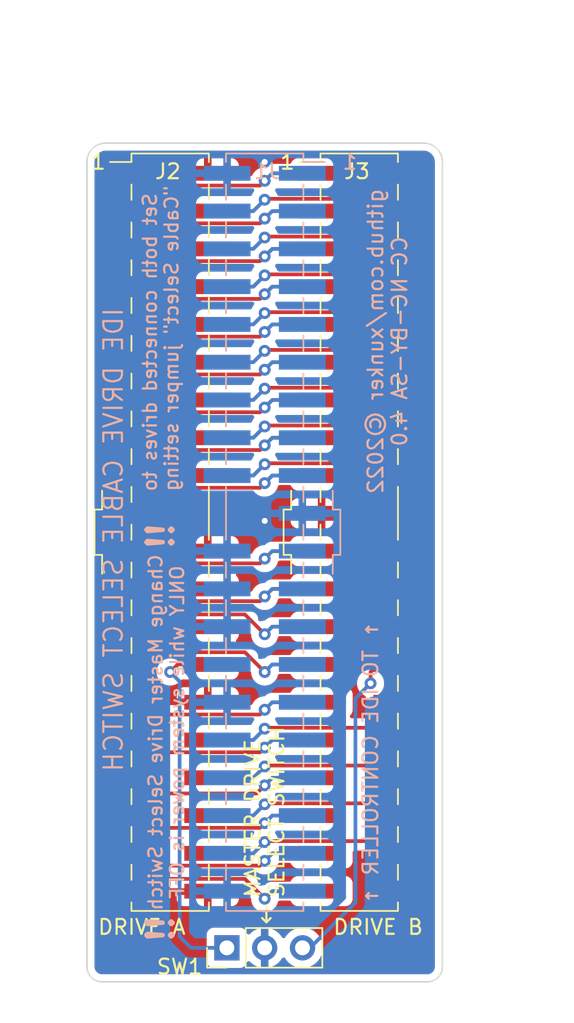
<source format=kicad_pcb>
(kicad_pcb (version 20211014) (generator pcbnew)
  (layers (0 "F.Cu" signal) (31 "B.Cu" signal) (34 "B.Paste" user) (35 "F.Paste" user) (36 "B.SilkS" user "B.Silkscreen") (37 "F.SilkS" user "F.Silkscreen") (38 "B.Mask" user) (39 "F.Mask" user) (44 "Edge.Cuts" user))
  (net 0 "")
  (net 1 "RESET")
  (net 2 "GND")
  (net 3 "DB7")
  (net 4 "DB8")
  (net 5 "DB6")
  (net 6 "DB9")
  (net 7 "DB5")
  (net 8 "DB10")
  (net 9 "DB4")
  (net 10 "DB11")
  (net 11 "DB3")
  (net 12 "DB12")
  (net 13 "DB2")
  (net 14 "DB13")
  (net 15 "DB1")
  (net 16 "DB14")
  (net 17 "DB0")
  (net 18 "DB15")
  (net 19 "DRQ3")
  (net 20 "IOW")
  (net 21 "IOR")
  (net 22 "IO_CH_RDY")
  (net 23 "CSEL_IN")
  (net 24 "DACK3")
  (net 25 "IRQ14")
  (net 26 "RESERVED")
  (net 27 "ADDRESS_BIT_1")
  (net 28 "PDIAG")
  (net 29 "ADDRESS_BIT_0")
  (net 30 "ADDRESS_BIT_2")
  (net 31 "CS1FX")
  (net 32 "CS3FX")
  (net 33 "DA_SP")
  (net 34 "CSEL_OUT_A")
  (net 35 "CSEL_OUT_B")
  (footprint "Connector_PinHeader_2.54mm:PinHeader_1x03_P2.54mm_Vertical" (layer "F.Cu") (at 152.4 112.522 90)
    (fp_text reference "SW1" (at -1.27 -3.175 180) (layer "F.SilkS"))
    (fp_text value "SW_SPDT")
    (fp_line (start -1.33 1.27) (end -1.33 6.41) (layer "F.SilkS") (width 0.12))
    (fp_line (start -1.33 1.27) (end 1.33 1.27) (layer "F.SilkS") (width 0.12))
    (fp_line (start -1.33 6.41) (end 1.33 6.41) (layer "F.SilkS") (width 0.12))
    (fp_line (start 1.33 1.27) (end 1.33 6.41) (layer "F.SilkS") (width 0.12))
    (fp_line (start -1.33 -1.33) (end 0 -1.33) (layer "F.SilkS") (width 0.12))
    (fp_line (start -1.33 0) (end -1.33 -1.33) (layer "F.SilkS") (width 0.12))
    (pad "1" thru_hole rect (at 0 0 90) (size 1.7 1.7) (drill 1) (layers *.Cu *.Mask) (net 34 "CSEL_OUT_A"))
    (pad "2" thru_hole oval (at 0 2.54 90) (size 1.7 1.7) (drill 1) (layers *.Cu *.Mask) (net 2 "GND"))
    (pad "3" thru_hole oval (at 0 5.08 90) (size 1.7 1.7) (drill 1) (layers *.Cu *.Mask) (net 35 "CSEL_OUT_B"))
  )
  (footprint "ide_cable_select_switch:IDE_ATA_Male_2x20_P2.54mm_Vertical_SMD" (layer "F.Cu") (at 148.59 84.582)
    (fp_text reference "J2" (at -0.15 -24.257) (layer "F.SilkS"))
    (fp_text value "Conn_02x20_Odd_Even")
    (fp_line (start 2.6 2.03) (end 2.6 3.05) (layer "F.SilkS") (width 0.12))
    (fp_line (start 2.6 22.35) (end 2.6 23.37) (layer "F.SilkS") (width 0.12))
    (fp_line (start -2.6 22.35) (end -2.6 23.37) (layer "F.SilkS") (width 0.12))
    (fp_line (start -2.6 -10.67) (end -2.6 -9.65) (layer "F.SilkS") (width 0.12))
    (fp_line (start -2.6 4.57) (end -2.6 5.59) (layer "F.SilkS") (width 0.12))
    (fp_line (start 2.6 9.65) (end 2.6 10.67) (layer "F.SilkS") (width 0.12))
    (fp_line (start -2.6 -15.75) (end -2.6 -14.73) (layer "F.SilkS") (width 0.12))
    (fp_line (start 2.6 24.89) (end 2.6 25.46) (layer "F.SilkS") (width 0.12))
    (fp_line (start -2.6 12.19) (end -2.6 13.21) (layer "F.SilkS") (width 0.12))
    (fp_line (start 2.6 14.73) (end 2.6 15.75) (layer "F.SilkS") (width 0.12))
    (fp_line (start 2.6 -3.05) (end 2.6 0.51) (layer "F.SilkS") (width 0.12))
    (fp_line (start 2.6 -18.29) (end 2.6 -17.27) (layer "F.SilkS") (width 0.12))
    (fp_line (start 2.6 -13.21) (end 2.6 -12.19) (layer "F.SilkS") (width 0.12))
    (fp_line (start 2.6 -20.83) (end 2.6 -19.81) (layer "F.SilkS") (width 0.12))
    (fp_line (start -2.6 -25.46) (end 2.6 -25.46) (layer "F.SilkS") (width 0.12))
    (fp_line (start 2.6 -5.59) (end 2.6 -4.57) (layer "F.SilkS") (width 0.12))
    (fp_line (start -2.6 24.89) (end -2.6 25.46) (layer "F.SilkS") (width 0.12))
    (fp_line (start -2.6 19.81) (end -2.6 20.83) (layer "F.SilkS") (width 0.12))
    (fp_line (start -2.6 7.11) (end -2.6 8.13) (layer "F.SilkS") (width 0.12))
    (fp_line (start -2.6 -3.05) (end -2.6 -2.03) (layer "F.SilkS") (width 0.12))
    (fp_line (start -2.6 -8.13) (end -2.6 -7.11) (layer "F.SilkS") (width 0.12))
    (fp_line (start 2.6 -8.13) (end 2.6 -7.11) (layer "F.SilkS") (width 0.12))
    (fp_line (start -2.6 -13.21) (end -2.6 -12.19) (layer "F.SilkS") (width 0.12))
    (fp_line (start 2.6 -23.37) (end 2.6 -22.35) (layer "F.SilkS") (width 0.12))
    (fp_line (start -2.6 25.46) (end 2.6 25.46) (layer "F.SilkS") (width 0.12))
    (fp_line (start 2.6 7.11) (end 2.6 8.13) (layer "F.SilkS") (width 0.12))
    (fp_line (start -2.6 14.73) (end -2.6 15.75) (layer "F.SilkS") (width 0.12))
    (fp_line (start -2.6 -20.83) (end -2.6 -19.81) (layer "F.SilkS") (width 0.12))
    (fp_line (start 2.6 -10.67) (end 2.6 -9.65) (layer "F.SilkS") (width 0.12))
    (fp_line (start -4.572 -2.794) (end -4.572 -1.524) (layer "F.SilkS") (width 0.12))
    (fp_line (start -2.6 -23.37) (end -2.6 -22.35) (layer "F.SilkS") (width 0.12))
    (fp_line (start -2.6 -0.51) (end -2.6 0.51) (layer "F.SilkS") (width 0.12))
    (fp_line (start -5.08 -1.524) (end -4.572 -1.524) (layer "F.SilkS") (width 0.12))
    (fp_line (start -5.08 -1.524) (end -5.08 1.524) (layer "F.SilkS") (width 0.12))
    (fp_line (start 2.6 12.19) (end 2.6 13.21) (layer "F.SilkS") (width 0.12))
    (fp_line (start -4.04 -24.89) (end -2.6 -24.89) (layer "F.SilkS") (width 0.12))
    (fp_line (start -2.6 9.65) (end -2.6 10.67) (layer "F.SilkS") (width 0.12))
    (fp_line (start -2.6 -18.29) (end -2.6 -17.27) (layer "F.SilkS") (width 0.12))
    (fp_line (start 2.6 -25.46) (end 2.6 -24.89) (layer "F.SilkS") (width 0.12))
    (fp_line (start -4.572 1.524) (end -4.572 2.794) (layer "F.SilkS") (width 0.12))
    (fp_line (start 2.6 19.81) (end 2.6 20.83) (layer "F.SilkS") (width 0.12))
    (fp_line (start -2.6 -5.59) (end -2.6 -4.57) (layer "F.SilkS") (width 0.12))
    (fp_line (start 2.6 -15.75) (end 2.6 -14.73) (layer "F.SilkS") (width 0.12))
    (fp_line (start -5.08 1.524) (end -4.572 1.524) (layer "F.SilkS") (width 0.12))
    (fp_line (start 2.6 17.27) (end 2.6 18.29) (layer "F.SilkS") (width 0.12))
    (fp_line (start -2.6 17.27) (end -2.6 18.29) (layer "F.SilkS") (width 0.12))
    (fp_line (start -2.6 2.03) (end -2.6 3.05) (layer "F.SilkS") (width 0.12))
    (fp_line (start 2.6 4.57) (end 2.6 5.59) (layer "F.SilkS") (width 0.12))
    (fp_line (start -2.6 -25.46) (end -2.6 -24.89) (layer "F.SilkS") (width 0.12))
    (pad "1" smd rect (at -2.525 -24.13) (size 3.15 1) (layers "F.Cu" "F.Paste" "F.Mask") (net 1 "RESET"))
    (pad "2" smd rect (at 2.525 -24.13) (size 3.15 1) (layers "F.Cu" "F.Paste" "F.Mask") (net 2 "GND"))
    (pad "3" smd rect (at -2.525 -21.59) (size 3.15 1) (layers "F.Cu" "F.Paste" "F.Mask") (net 3 "DB7"))
    (pad "4" smd rect (at 2.525 -21.59) (size 3.15 1) (layers "F.Cu" "F.Paste" "F.Mask") (net 4 "DB8"))
    (pad "5" smd rect (at -2.525 -19.05) (size 3.15 1) (layers "F.Cu" "F.Paste" "F.Mask") (net 5 "DB6"))
    (pad "6" smd rect (at 2.525 -19.05) (size 3.15 1) (layers "F.Cu" "F.Paste" "F.Mask") (net 6 "DB9"))
    (pad "7" smd rect (at -2.525 -16.51) (size 3.15 1) (layers "F.Cu" "F.Paste" "F.Mask") (net 7 "DB5"))
    (pad "8" smd rect (at 2.525 -16.51) (size 3.15 1) (layers "F.Cu" "F.Paste" "F.Mask") (net 8 "DB10"))
    (pad "9" smd rect (at -2.525 -13.97) (size 3.15 1) (layers "F.Cu" "F.Paste" "F.Mask") (net 9 "DB4"))
    (pad "10" smd rect (at 2.525 -13.97) (size 3.15 1) (layers "F.Cu" "F.Paste" "F.Mask") (net 10 "DB11"))
    (pad "11" smd rect (at -2.525 -11.43) (size 3.15 1) (layers "F.Cu" "F.Paste" "F.Mask") (net 11 "DB3"))
    (pad "12" smd rect (at 2.525 -11.43) (size 3.15 1) (layers "F.Cu" "F.Paste" "F.Mask") (net 12 "DB12"))
    (pad "13" smd rect (at -2.525 -8.89) (size 3.15 1) (layers "F.Cu" "F.Paste" "F.Mask") (net 13 "DB2"))
    (pad "14" smd rect (at 2.525 -8.89) (size 3.15 1) (layers "F.Cu" "F.Paste" "F.Mask") (net 14 "DB13"))
    (pad "15" smd rect (at -2.525 -6.35) (size 3.15 1) (layers "F.Cu" "F.Paste" "F.Mask") (net 15 "DB1"))
    (pad "16" smd rect (at 2.525 -6.35) (size 3.15 1) (layers "F.Cu" "F.Paste" "F.Mask") (net 16 "DB14"))
    (pad "17" smd rect (at -2.525 -3.81) (size 3.15 1) (layers "F.Cu" "F.Paste" "F.Mask") (net 17 "DB0"))
    (pad "18" smd rect (at 2.525 -3.81) (size 3.15 1) (layers "F.Cu" "F.Paste" "F.Mask") (net 18 "DB15"))
    (pad "19" smd rect (at -2.525 -1.27) (size 3.15 1) (layers "F.Cu" "F.Paste" "F.Mask") (net 2 "GND"))
    (pad "21" smd rect (at -2.525 1.27) (size 3.15 1) (layers "F.Cu" "F.Paste" "F.Mask") (net 19 "DRQ3"))
    (pad "22" smd rect (at 2.525 1.27) (size 3.15 1) (layers "F.Cu" "F.Paste" "F.Mask") (net 2 "GND"))
    (pad "23" smd rect (at -2.525 3.81) (size 3.15 1) (layers "F.Cu" "F.Paste" "F.Mask") (net 20 "IOW"))
    (pad "24" smd rect (at 2.525 3.81) (size 3.15 1) (layers "F.Cu" "F.Paste" "F.Mask") (net 2 "GND"))
    (pad "25" smd rect (at -2.525 6.35) (size 3.15 1) (layers "F.Cu" "F.Paste" "F.Mask") (net 21 "IOR"))
    (pad "26" smd rect (at 2.525 6.35) (size 3.15 1) (layers "F.Cu" "F.Paste" "F.Mask") (net 2 "GND"))
    (pad "27" smd rect (at -2.525 8.89) (size 3.15 1) (layers "F.Cu" "F.Paste" "F.Mask") (net 22 "IO_CH_RDY"))
    (pad "28" smd rect (at 2.525 8.89) (size 3.15 1) (layers "F.Cu" "F.Paste" "F.Mask") (net 34 "CSEL_OUT_A"))
    (pad "29" smd rect (at -2.525 11.43) (size 3.15 1) (layers "F.Cu" "F.Paste" "F.Mask") (net 24 "DACK3"))
    (pad "30" smd rect (at 2.525 11.43) (size 3.15 1) (layers "F.Cu" "F.Paste" "F.Mask") (net 2 "GND"))
    (pad "31" smd rect (at -2.525 13.97) (size 3.15 1) (layers "F.Cu" "F.Paste" "F.Mask") (net 25 "IRQ14"))
    (pad "32" smd rect (at 2.525 13.97) (size 3.15 1) (layers "F.Cu" "F.Paste" "F.Mask") (net 26 "RESERVED"))
    (pad "33" smd rect (at -2.525 16.51) (size 3.15 1) (layers "F.Cu" "F.Paste" "F.Mask") (net 27 "ADDRESS_BIT_1"))
    (pad "34" smd rect (at 2.525 16.51) (size 3.15 1) (layers "F.Cu" "F.Paste" "F.Mask") (net 28 "PDIAG"))
    (pad "35" smd rect (at -2.525 19.05) (size 3.15 1) (layers "F.Cu" "F.Paste" "F.Mask") (net 29 "ADDRESS_BIT_0"))
    (pad "36" smd rect (at 2.525 19.05) (size 3.15 1) (layers "F.Cu" "F.Paste" "F.Mask") (net 30 "ADDRESS_BIT_2"))
    (pad "37" smd rect (at -2.525 21.59) (size 3.15 1) (layers "F.Cu" "F.Paste" "F.Mask") (net 31 "CS1FX"))
    (pad "38" smd rect (at 2.525 21.59) (size 3.15 1) (layers "F.Cu" "F.Paste" "F.Mask") (net 32 "CS3FX"))
    (pad "39" smd rect (at -2.525 24.13) (size 3.15 1) (layers "F.Cu" "F.Paste" "F.Mask") (net 33 "DA_SP"))
    (pad "40" smd rect (at 2.525 24.13) (size 3.15 1) (layers "F.Cu" "F.Paste" "F.Mask") (net 2 "GND"))
  )
  (footprint "ide_cable_select_switch:IDE_ATA_Male_2x20_P2.54mm_Vertical_SMD" (layer "F.Cu") (at 161.29 84.582)
    (fp_text reference "J3" (at -0.15 -24.257) (layer "F.SilkS"))
    (fp_text value "Conn_02x20_Odd_Even")
    (fp_line (start -2.6 -23.37) (end -2.6 -22.35) (layer "F.SilkS") (width 0.12))
    (fp_line (start -2.6 -20.83) (end -2.6 -19.81) (layer "F.SilkS") (width 0.12))
    (fp_line (start 2.6 9.65) (end 2.6 10.67) (layer "F.SilkS") (width 0.12))
    (fp_line (start -2.6 24.89) (end -2.6 25.46) (layer "F.SilkS") (width 0.12))
    (fp_line (start 2.6 -23.37) (end 2.6 -22.35) (layer "F.SilkS") (width 0.12))
    (fp_line (start 2.6 -18.29) (end 2.6 -17.27) (layer "F.SilkS") (width 0.12))
    (fp_line (start -2.6 4.57) (end -2.6 5.59) (layer "F.SilkS") (width 0.12))
    (fp_line (start 2.6 -15.75) (end 2.6 -14.73) (layer "F.SilkS") (width 0.12))
    (fp_line (start -5.08 -1.524) (end -4.572 -1.524) (layer "F.SilkS") (width 0.12))
    (fp_line (start -2.6 -18.29) (end -2.6 -17.27) (layer "F.SilkS") (width 0.12))
    (fp_line (start -2.6 17.27) (end -2.6 18.29) (layer "F.SilkS") (width 0.12))
    (fp_line (start 2.6 14.73) (end 2.6 15.75) (layer "F.SilkS") (width 0.12))
    (fp_line (start -2.6 -15.75) (end -2.6 -14.73) (layer "F.SilkS") (width 0.12))
    (fp_line (start -2.6 7.11) (end -2.6 8.13) (layer "F.SilkS") (width 0.12))
    (fp_line (start 2.6 -13.21) (end 2.6 -12.19) (layer "F.SilkS") (width 0.12))
    (fp_line (start 2.6 24.89) (end 2.6 25.46) (layer "F.SilkS") (width 0.12))
    (fp_line (start -2.6 12.19) (end -2.6 13.21) (layer "F.SilkS") (width 0.12))
    (fp_line (start -2.6 25.46) (end 2.6 25.46) (layer "F.SilkS") (width 0.12))
    (fp_line (start -2.6 22.35) (end -2.6 23.37) (layer "F.SilkS") (width 0.12))
    (fp_line (start -2.6 -25.46) (end -2.6 -24.89) (layer "F.SilkS") (width 0.12))
    (fp_line (start -2.6 -8.13) (end -2.6 -7.11) (layer "F.SilkS") (width 0.12))
    (fp_line (start 2.6 -8.13) (end 2.6 -7.11) (layer "F.SilkS") (width 0.12))
    (fp_line (start 2.6 7.11) (end 2.6 8.13) (layer "F.SilkS") (width 0.12))
    (fp_line (start -2.6 -10.67) (end -2.6 -9.65) (layer "F.SilkS") (width 0.12))
    (fp_line (start 2.6 4.57) (end 2.6 5.59) (layer "F.SilkS") (width 0.12))
    (fp_line (start 2.6 19.81) (end 2.6 20.83) (layer "F.SilkS") (width 0.12))
    (fp_line (start -2.6 -0.51) (end -2.6 0.51) (layer "F.SilkS") (width 0.12))
    (fp_line (start -4.04 -24.89) (end -2.6 -24.89) (layer "F.SilkS") (width 0.12))
    (fp_line (start 2.6 2.03) (end 2.6 3.05) (layer "F.SilkS") (width 0.12))
    (fp_line (start 2.6 -3.05) (end 2.6 0.51) (layer "F.SilkS") (width 0.12))
    (fp_line (start 2.6 -25.46) (end 2.6 -24.89) (layer "F.SilkS") (width 0.12))
    (fp_line (start -2.6 -13.21) (end -2.6 -12.19) (layer "F.SilkS") (width 0.12))
    (fp_line (start 2.6 17.27) (end 2.6 18.29) (layer "F.SilkS") (width 0.12))
    (fp_line (start -2.6 -25.46) (end 2.6 -25.46) (layer "F.SilkS") (width 0.12))
    (fp_line (start 2.6 22.35) (end 2.6 23.37) (layer "F.SilkS") (width 0.12))
    (fp_line (start -2.6 9.65) (end -2.6 10.67) (layer "F.SilkS") (width 0.12))
    (fp_line (start -5.08 -1.524) (end -5.08 1.524) (layer "F.SilkS") (width 0.12))
    (fp_line (start -2.6 19.81) (end -2.6 20.83) (layer "F.SilkS") (width 0.12))
    (fp_line (start -4.572 -2.794) (end -4.572 -1.524) (layer "F.SilkS") (width 0.12))
    (fp_line (start -2.6 -3.05) (end -2.6 -2.03) (layer "F.SilkS") (width 0.12))
    (fp_line (start -4.572 1.524) (end -4.572 2.794) (layer "F.SilkS") (width 0.12))
    (fp_line (start -2.6 14.73) (end -2.6 15.75) (layer "F.SilkS") (width 0.12))
    (fp_line (start 2.6 12.19) (end 2.6 13.21) (layer "F.SilkS") (width 0.12))
    (fp_line (start 2.6 -20.83) (end 2.6 -19.81) (layer "F.SilkS") (width 0.12))
    (fp_line (start 2.6 -10.67) (end 2.6 -9.65) (layer "F.SilkS") (width 0.12))
    (fp_line (start 2.6 -5.59) (end 2.6 -4.57) (layer "F.SilkS") (width 0.12))
    (fp_line (start -2.6 -5.59) (end -2.6 -4.57) (layer "F.SilkS") (width 0.12))
    (fp_line (start -5.08 1.524) (end -4.572 1.524) (layer "F.SilkS") (width 0.12))
    (fp_line (start -2.6 2.03) (end -2.6 3.05) (layer "F.SilkS") (width 0.12))
    (pad "1" smd rect (at -2.525 -24.13) (size 3.15 1) (layers "F.Cu" "F.Paste" "F.Mask") (net 1 "RESET"))
    (pad "2" smd rect (at 2.525 -24.13) (size 3.15 1) (layers "F.Cu" "F.Paste" "F.Mask") (net 2 "GND"))
    (pad "3" smd rect (at -2.525 -21.59) (size 3.15 1) (layers "F.Cu" "F.Paste" "F.Mask") (net 3 "DB7"))
    (pad "4" smd rect (at 2.525 -21.59) (size 3.15 1) (layers "F.Cu" "F.Paste" "F.Mask") (net 4 "DB8"))
    (pad "5" smd rect (at -2.525 -19.05) (size 3.15 1) (layers "F.Cu" "F.Paste" "F.Mask") (net 5 "DB6"))
    (pad "6" smd rect (at 2.525 -19.05) (size 3.15 1) (layers "F.Cu" "F.Paste" "F.Mask") (net 6 "DB9"))
    (pad "7" smd rect (at -2.525 -16.51) (size 3.15 1) (layers "F.Cu" "F.Paste" "F.Mask") (net 7 "DB5"))
    (pad "8" smd rect (at 2.525 -16.51) (size 3.15 1) (layers "F.Cu" "F.Paste" "F.Mask") (net 8 "DB10"))
    (pad "9" smd rect (at -2.525 -13.97) (size 3.15 1) (layers "F.Cu" "F.Paste" "F.Mask") (net 9 "DB4"))
    (pad "10" smd rect (at 2.525 -13.97) (size 3.15 1) (layers "F.Cu" "F.Paste" "F.Mask") (net 10 "DB11"))
    (pad "11" smd rect (at -2.525 -11.43) (size 3.15 1) (layers "F.Cu" "F.Paste" "F.Mask") (net 11 "DB3"))
    (pad "12" smd rect (at 2.525 -11.43) (size 3.15 1) (layers "F.Cu" "F.Paste" "F.Mask") (net 12 "DB12"))
    (pad "13" smd rect (at -2.525 -8.89) (size 3.15 1) (layers "F.Cu" "F.Paste" "F.Mask") (net 13 "DB2"))
    (pad "14" smd rect (at 2.525 -8.89) (size 3.15 1) (layers "F.Cu" "F.Paste" "F.Mask") (net 14 "DB13"))
    (pad "15" smd rect (at -2.525 -6.35) (size 3.15 1) (layers "F.Cu" "F.Paste" "F.Mask") (net 15 "DB1"))
    (pad "16" smd rect (at 2.525 -6.35) (size 3.15 1) (layers "F.Cu" "F.Paste" "F.Mask") (net 16 "DB14"))
    (pad "17" smd rect (at -2.525 -3.81) (size 3.15 1) (layers "F.Cu" "F.Paste" "F.Mask") (net 17 "DB0"))
    (pad "18" smd rect (at 2.525 -3.81) (size 3.15 1) (layers "F.Cu" "F.Paste" "F.Mask") (net 18 "DB15"))
    (pad "19" smd rect (at -2.525 -1.27) (size 3.15 1) (layers "F.Cu" "F.Paste" "F.Mask") (net 2 "GND"))
    (pad "21" smd rect (at -2.525 1.27) (size 3.15 1) (layers "F.Cu" "F.Paste" "F.Mask") (net 19 "DRQ3"))
    (pad "22" smd rect (at 2.525 1.27) (size 3.15 1) (layers "F.Cu" "F.Paste" "F.Mask") (net 2 "GND"))
    (pad "23" smd rect (at -2.525 3.81) (size 3.15 1) (layers "F.Cu" "F.Paste" "F.Mask") (net 20 "IOW"))
    (pad "24" smd rect (at 2.525 3.81) (size 3.15 1) (layers "F.Cu" "F.Paste" "F.Mask") (net 2 "GND"))
    (pad "25" smd rect (at -2.525 6.35) (size 3.15 1) (layers "F.Cu" "F.Paste" "F.Mask") (net 21 "IOR"))
    (pad "26" smd rect (at 2.525 6.35) (size 3.15 1) (layers "F.Cu" "F.Paste" "F.Mask") (net 2 "GND"))
    (pad "27" smd rect (at -2.525 8.89) (size 3.15 1) (layers "F.Cu" "F.Paste" "F.Mask") (net 22 "IO_CH_RDY"))
    (pad "28" smd rect (at 2.525 8.89) (size 3.15 1) (layers "F.Cu" "F.Paste" "F.Mask") (net 35 "CSEL_OUT_B"))
    (pad "29" smd rect (at -2.525 11.43) (size 3.15 1) (layers "F.Cu" "F.Paste" "F.Mask") (net 24 "DACK3"))
    (pad "30" smd rect (at 2.525 11.43) (size 3.15 1) (layers "F.Cu" "F.Paste" "F.Mask") (net 2 "GND"))
    (pad "31" smd rect (at -2.525 13.97) (size 3.15 1) (layers "F.Cu" "F.Paste" "F.Mask") (net 25 "IRQ14"))
    (pad "32" smd rect (at 2.525 13.97) (size 3.15 1) (layers "F.Cu" "F.Paste" "F.Mask") (net 26 "RESERVED"))
    (pad "33" smd rect (at -2.525 16.51) (size 3.15 1) (layers "F.Cu" "F.Paste" "F.Mask") (net 27 "ADDRESS_BIT_1"))
    (pad "34" smd rect (at 2.525 16.51) (size 3.15 1) (layers "F.Cu" "F.Paste" "F.Mask") (net 28 "PDIAG"))
    (pad "35" smd rect (at -2.525 19.05) (size 3.15 1) (layers "F.Cu" "F.Paste" "F.Mask") (net 29 "ADDRESS_BIT_0"))
    (pad "36" smd rect (at 2.525 19.05) (size 3.15 1) (layers "F.Cu" "F.Paste" "F.Mask") (net 30 "ADDRESS_BIT_2"))
    (pad "37" smd rect (at -2.525 21.59) (size 3.15 1) (layers "F.Cu" "F.Paste" "F.Mask") (net 31 "CS1FX"))
    (pad "38" smd rect (at 2.525 21.59) (size 3.15 1) (layers "F.Cu" "F.Paste" "F.Mask") (net 32 "CS3FX"))
    (pad "39" smd rect (at -2.525 24.13) (size 3.15 1) (layers "F.Cu" "F.Paste" "F.Mask") (net 33 "DA_SP"))
    (pad "40" smd rect (at 2.525 24.13) (size 3.15 1) (layers "F.Cu" "F.Paste" "F.Mask") (net 2 "GND"))
  )
  (footprint "ide_cable_select_switch:IDE_ATA_Male_2x20_P2.54mm_Vertical_SMD" (layer "B.Cu") (at 154.94 84.582 180)
    (fp_text reference "J1" (at -0.15 24.257) (layer "B.SilkS") (effects (justify mirror)))
    (fp_text value "Conn_02x20_Odd_Even")
    (fp_line (start 2.6 -14.73) (end 2.6 -15.75) (layer "B.SilkS") (width 0.12))
    (fp_line (start -2.6 25.46) (end 2.6 25.46) (layer "B.SilkS") (width 0.12))
    (fp_line (start 2.6 -19.81) (end 2.6 -20.83) (layer "B.SilkS") (width 0.12))
    (fp_line (start 2.6 20.83) (end 2.6 19.81) (layer "B.SilkS") (width 0.12))
    (fp_line (start -2.6 15.75) (end -2.6 14.73) (layer "B.SilkS") (width 0.12))
    (fp_line (start 2.6 -7.11) (end 2.6 -8.13) (layer "B.SilkS") (width 0.12))
    (fp_line (start -4.572 -1.524) (end -4.572 -2.794) (layer "B.SilkS") (width 0.12))
    (fp_line (start -2.6 -12.19) (end -2.6 -13.21) (layer "B.SilkS") (width 0.12))
    (fp_line (start -2.6 -19.81) (end -2.6 -20.83) (layer "B.SilkS") (width 0.12))
    (fp_line (start -2.6 13.21) (end -2.6 12.19) (layer "B.SilkS") (width 0.12))
    (fp_line (start 2.6 -2.03) (end 2.6 -3.05) (layer "B.SilkS") (width 0.12))
    (fp_line (start -4.04 24.89) (end -2.6 24.89) (layer "B.SilkS") (width 0.12))
    (fp_line (start 2.6 -22.35) (end 2.6 -23.37) (layer "B.SilkS") (width 0.12))
    (fp_line (start -2.6 -9.65) (end -2.6 -10.67) (layer "B.SilkS") (width 0.12))
    (fp_line (start -2.6 -25.46) (end 2.6 -25.46) (layer "B.SilkS") (width 0.12))
    (fp_line (start -5.08 1.524) (end -4.572 1.524) (layer "B.SilkS") (width 0.12))
    (fp_line (start 2.6 -12.19) (end 2.6 -13.21) (layer "B.SilkS") (width 0.12))
    (fp_line (start -4.572 2.794) (end -4.572 1.524) (layer "B.SilkS") (width 0.12))
    (fp_line (start -2.6 -14.73) (end -2.6 -15.75) (layer "B.SilkS") (width 0.12))
    (fp_line (start -2.6 -7.11) (end -2.6 -8.13) (layer "B.SilkS") (width 0.12))
    (fp_line (start 2.6 5.59) (end 2.6 4.57) (layer "B.SilkS") (width 0.12))
    (fp_line (start 2.6 18.29) (end 2.6 17.27) (layer "B.SilkS") (width 0.12))
    (fp_line (start -2.6 -24.89) (end -2.6 -25.46) (layer "B.SilkS") (width 0.12))
    (fp_line (start 2.6 -24.89) (end 2.6 -25.46) (layer "B.SilkS") (width 0.12))
    (fp_line (start -5.08 1.524) (end -5.08 -1.524) (layer "B.SilkS") (width 0.12))
    (fp_line (start 2.6 3.05) (end 2.6 -0.51) (layer "B.SilkS") (width 0.12))
    (fp_line (start -2.6 20.83) (end -2.6 19.81) (layer "B.SilkS") (width 0.12))
    (fp_line (start -2.6 23.37) (end -2.6 22.35) (layer "B.SilkS") (width 0.12))
    (fp_line (start -2.6 3.05) (end -2.6 2.03) (layer "B.SilkS") (width 0.12))
    (fp_line (start -5.08 -1.524) (end -4.572 -1.524) (layer "B.SilkS") (width 0.12))
    (fp_line (start -2.6 -22.35) (end -2.6 -23.37) (layer "B.SilkS") (width 0.12))
    (fp_line (start 2.6 13.21) (end 2.6 12.19) (layer "B.SilkS") (width 0.12))
    (fp_line (start 2.6 25.46) (end 2.6 24.89) (layer "B.SilkS") (width 0.12))
    (fp_line (start -2.6 -4.57) (end -2.6 -5.59) (layer "B.SilkS") (width 0.12))
    (fp_line (start 2.6 -17.27) (end 2.6 -18.29) (layer "B.SilkS") (width 0.12))
    (fp_line (start 2.6 8.13) (end 2.6 7.11) (layer "B.SilkS") (width 0.12))
    (fp_line (start -2.6 10.67) (end -2.6 9.65) (layer "B.SilkS") (width 0.12))
    (fp_line (start -2.6 18.29) (end -2.6 17.27) (layer "B.SilkS") (width 0.12))
    (fp_line (start 2.6 10.67) (end 2.6 9.65) (layer "B.SilkS") (width 0.12))
    (fp_line (start -2.6 -17.27) (end -2.6 -18.29) (layer "B.SilkS") (width 0.12))
    (fp_line (start 2.6 23.37) (end 2.6 22.35) (layer "B.SilkS") (width 0.12))
    (fp_line (start -2.6 25.46) (end -2.6 24.89) (layer "B.SilkS") (width 0.12))
    (fp_line (start 2.6 -9.65) (end 2.6 -10.67) (layer "B.SilkS") (width 0.12))
    (fp_line (start 2.6 15.75) (end 2.6 14.73) (layer "B.SilkS") (width 0.12))
    (fp_line (start -2.6 0.51) (end -2.6 -0.51) (layer "B.SilkS") (width 0.12))
    (fp_line (start 2.6 -4.57) (end 2.6 -5.59) (layer "B.SilkS") (width 0.12))
    (fp_line (start -2.6 5.59) (end -2.6 4.57) (layer "B.SilkS") (width 0.12))
    (fp_line (start -2.6 -2.03) (end -2.6 -3.05) (layer "B.SilkS") (width 0.12))
    (fp_line (start -2.6 8.13) (end -2.6 7.11) (layer "B.SilkS") (width 0.12))
    (pad "1" smd rect (at -2.525 24.13 180) (size 3.15 1) (layers "B.Cu" "B.Paste" "B.Mask") (net 1 "RESET"))
    (pad "2" smd rect (at 2.525 24.13 180) (size 3.15 1) (layers "B.Cu" "B.Paste" "B.Mask") (net 2 "GND"))
    (pad "3" smd rect (at -2.525 21.59 180) (size 3.15 1) (layers "B.Cu" "B.Paste" "B.Mask") (net 3 "DB7"))
    (pad "4" smd rect (at 2.525 21.59 180) (size 3.15 1) (layers "B.Cu" "B.Paste" "B.Mask") (net 4 "DB8"))
    (pad "5" smd rect (at -2.525 19.05 180) (size 3.15 1) (layers "B.Cu" "B.Paste" "B.Mask") (net 5 "DB6"))
    (pad "6" smd rect (at 2.525 19.05 180) (size 3.15 1) (layers "B.Cu" "B.Paste" "B.Mask") (net 6 "DB9"))
    (pad "7" smd rect (at -2.525 16.51 180) (size 3.15 1) (layers "B.Cu" "B.Paste" "B.Mask") (net 7 "DB5"))
    (pad "8" smd rect (at 2.525 16.51 180) (size 3.15 1) (layers "B.Cu" "B.Paste" "B.Mask") (net 8 "DB10"))
    (pad "9" smd rect (at -2.525 13.97 180) (size 3.15 1) (layers "B.Cu" "B.Paste" "B.Mask") (net 9 "DB4"))
    (pad "10" smd rect (at 2.525 13.97 180) (size 3.15 1) (layers "B.Cu" "B.Paste" "B.Mask") (net 10 "DB11"))
    (pad "11" smd rect (at -2.525 11.43 180) (size 3.15 1) (layers "B.Cu" "B.Paste" "B.Mask") (net 11 "DB3"))
    (pad "12" smd rect (at 2.525 11.43 180) (size 3.15 1) (layers "B.Cu" "B.Paste" "B.Mask") (net 12 "DB12"))
    (pad "13" smd rect (at -2.525 8.89 180) (size 3.15 1) (layers "B.Cu" "B.Paste" "B.Mask") (net 13 "DB2"))
    (pad "14" smd rect (at 2.525 8.89 180) (size 3.15 1) (layers "B.Cu" "B.Paste" "B.Mask") (net 14 "DB13"))
    (pad "15" smd rect (at -2.525 6.35 180) (size 3.15 1) (layers "B.Cu" "B.Paste" "B.Mask") (net 15 "DB1"))
    (pad "16" smd rect (at 2.525 6.35 180) (size 3.15 1) (layers "B.Cu" "B.Paste" "B.Mask") (net 16 "DB14"))
    (pad "17" smd rect (at -2.525 3.81 180) (size 3.15 1) (layers "B.Cu" "B.Paste" "B.Mask") (net 17 "DB0"))
    (pad "18" smd rect (at 2.525 3.81 180) (size 3.15 1) (layers "B.Cu" "B.Paste" "B.Mask") (net 18 "DB15"))
    (pad "19" smd rect (at -2.525 1.27 180) (size 3.15 1) (layers "B.Cu" "B.Paste" "B.Mask") (net 2 "GND"))
    (pad "21" smd rect (at -2.525 -1.27 180) (size 3.15 1) (layers "B.Cu" "B.Paste" "B.Mask") (net 19 "DRQ3"))
    (pad "22" smd rect (at 2.525 -1.27 180) (size 3.15 1) (layers "B.Cu" "B.Paste" "B.Mask") (net 2 "GND"))
    (pad "23" smd rect (at -2.525 -3.81 180) (size 3.15 1) (layers "B.Cu" "B.Paste" "B.Mask") (net 20 "IOW"))
    (pad "24" smd rect (at 2.525 -3.81 180) (size 3.15 1) (layers "B.Cu" "B.Paste" "B.Mask") (net 2 "GND"))
    (pad "25" smd rect (at -2.525 -6.35 180) (size 3.15 1) (layers "B.Cu" "B.Paste" "B.Mask") (net 21 "IOR"))
    (pad "26" smd rect (at 2.525 -6.35 180) (size 3.15 1) (layers "B.Cu" "B.Paste" "B.Mask") (net 2 "GND"))
    (pad "27" smd rect (at -2.525 -8.89 180) (size 3.15 1) (layers "B.Cu" "B.Paste" "B.Mask") (net 22 "IO_CH_RDY"))
    (pad "28" smd rect (at 2.525 -8.89 180) (size 3.15 1) (layers "B.Cu" "B.Paste" "B.Mask") (net 23 "CSEL_IN"))
    (pad "29" smd rect (at -2.525 -11.43 180) (size 3.15 1) (layers "B.Cu" "B.Paste" "B.Mask") (net 24 "DACK3"))
    (pad "30" smd rect (at 2.525 -11.43 180) (size 3.15 1) (layers "B.Cu" "B.Paste" "B.Mask") (net 2 "GND"))
    (pad "31" smd rect (at -2.525 -13.97 180) (size 3.15 1) (layers "B.Cu" "B.Paste" "B.Mask") (net 25 "IRQ14"))
    (pad "32" smd rect (at 2.525 -13.97 180) (size 3.15 1) (layers "B.Cu" "B.Paste" "B.Mask") (net 26 "RESERVED"))
    (pad "33" smd rect (at -2.525 -16.51 180) (size 3.15 1) (layers "B.Cu" "B.Paste" "B.Mask") (net 27 "ADDRESS_BIT_1"))
    (pad "34" smd rect (at 2.525 -16.51 180) (size 3.15 1) (layers "B.Cu" "B.Paste" "B.Mask") (net 28 "PDIAG"))
    (pad "35" smd rect (at -2.525 -19.05 180) (size 3.15 1) (layers "B.Cu" "B.Paste" "B.Mask") (net 29 "ADDRESS_BIT_0"))
    (pad "36" smd rect (at 2.525 -19.05 180) (size 3.15 1) (layers "B.Cu" "B.Paste" "B.Mask") (net 30 "ADDRESS_BIT_2"))
    (pad "37" smd rect (at -2.525 -21.59 180) (size 3.15 1) (layers "B.Cu" "B.Paste" "B.Mask") (net 31 "CS1FX"))
    (pad "38" smd rect (at 2.525 -21.59 180) (size 3.15 1) (layers "B.Cu" "B.Paste" "B.Mask") (net 32 "CS3FX"))
    (pad "39" smd rect (at -2.525 -24.13 180) (size 3.15 1) (layers "B.Cu" "B.Paste" "B.Mask") (net 33 "DA_SP"))
    (pad "40" smd rect (at 2.525 -24.13 180) (size 3.15 1) (layers "B.Cu" "B.Paste" "B.Mask") (net 2 "GND"))
  )
  (gr_line (start 166.878 113.792) (end 166.878 59.69) (layer "Edge.Cuts") (width 0.1))
  (gr_line (start 165.608 58.42) (end 144.272 58.42) (layer "Edge.Cuts") (width 0.1))
  (gr_line (start 144.018 114.808) (end 165.862 114.808) (layer "Edge.Cuts") (width 0.1))
  (gr_arc (start 144.018 114.808) (mid 143.29958 114.51042) (end 143.002001 113.792) (layer "Edge.Cuts") (width 0.1))
  (gr_arc (start 166.878 113.792) (mid 166.58042 114.51042) (end 165.862 114.808) (layer "Edge.Cuts") (width 0.1))
  (gr_arc (start 165.608 58.42) (mid 166.506026 58.791974) (end 166.878 59.69) (layer "Edge.Cuts") (width 0.1))
  (gr_arc (start 143.002 59.69) (mid 143.373974 58.791974) (end 144.272 58.42) (layer "Edge.Cuts") (width 0.1))
  (gr_line (start 143.002 59.69) (end 143.002001 113.792) (layer "Edge.Cuts") (width 0.1))
  (gr_text "github.com/xunker ©2022\nCC NC-BY-SA 4.0" (at 163.195 71.755 90) (layer "B.SilkS") (effects (font (size 1 1)) (justify mirror)))
  (gr_text "Set both connected drives to\n{dblquote}Cable Select{dblquote} jumper setting\n" (at 147.955 81.915 90) (layer "B.SilkS") (effects (font (size 0.9 0.9)) (justify right mirror)))
  (gr_text "IDE DRIVE CABLE SELECT SWITCH" (at 144.78 85.09 90) (layer "B.SilkS") (effects (font (size 1.25 1.25)) (justify mirror)))
  (gr_text "‼" (at 147.955 111.252 90) (layer "B.SilkS") (effects (font (size 1.75 1.75) (thickness 0.3)) (justify mirror)))
  (gr_text "Change Master Drive Select Switch\nONLY while system power is OFF" (at 148.336 98.044 90) (layer "B.SilkS") (effects (font (size 0.9 0.9)) (justify mirror)))
  (gr_text "↑ TO IDE CONTROLLER ↑" (at 162.052 100.076 90) (layer "B.SilkS") (effects (font (size 1 1)) (justify mirror)))
  (gr_text "1" (at 160.655 59.69) (layer "B.SilkS") (effects (font (size 1 1)) (justify mirror)))
  (gr_text "‼" (at 147.955 84.836 90) (layer "B.SilkS") (effects (font (size 1.75 1.75) (thickness 0.3)) (justify mirror)))
  (gr_text "1" (at 143.764 59.69) (layer "F.SilkS") (effects (font (size 1 1))))
  (gr_text "←" (at 154.94 110.236 90) (layer "F.SilkS") (effects (font (size 1.5 1.5))))
  (gr_text "DRIVE A" (at 146.685 111.125) (layer "F.SilkS") (effects (font (size 1 1))))
  (gr_text "DRIVE B" (at 162.56 111.125) (layer "F.SilkS") (effects (font (size 1 1))))
  (gr_text "MASTER DRIVE\nSELECT SWITCH" (at 154.94 109.22 90) (layer "F.SilkS") (effects (font (size 1 1)) (justify left)))
  (gr_text "1" (at 156.464 59.69) (layer "F.SilkS") (effects (font (size 1 1))))
  (segment (start 146.889511 61.276511) (end 154.623489 61.276511) (width 0.25) (layer "F.Cu") (net 1))
  (segment (start 146.065 60.452) (end 146.889511 61.276511) (width 0.25) (layer "F.Cu") (net 1))
  (segment (start 155.448 60.452) (end 154.94 60.96) (width 0.25) (layer "F.Cu") (net 1))
  (segment (start 154.623489 61.276511) (end 154.94 60.96) (width 0.25) (layer "F.Cu") (net 1))
  (segment (start 158.765 60.452) (end 155.448 60.452) (width 0.25) (layer "F.Cu") (net 1))
  (via (at 154.94 60.96) (size 0.8) (drill 0.4) (layers "F.Cu" "B.Cu") (net 1))
  (segment (start 157.465 60.452) (end 155.448 60.452) (width 0.25) (layer "B.Cu") (net 1))
  (segment (start 155.448 60.452) (end 154.94 60.96) (width 0.25) (layer "B.Cu") (net 1))
  (via (at 154.94 83.82) (size 0.8) (drill 0.4) (layers "F.Cu" "B.Cu") (net 2))
  (via (at 154.94 59.69) (size 0.8) (drill 0.4) (layers "F.Cu" "B.Cu") (net 2))
  (segment (start 146.889511 63.816511) (end 154.623489 63.816511) (width 0.25) (layer "F.Cu") (net 3))
  (segment (start 155.448 62.992) (end 154.94 63.5) (width 0.25) (layer "F.Cu") (net 3))
  (segment (start 154.623489 63.816511) (end 154.94 63.5) (width 0.25) (layer "F.Cu") (net 3))
  (segment (start 158.765 62.992) (end 155.448 62.992) (width 0.25) (layer "F.Cu") (net 3))
  (segment (start 146.065 62.992) (end 146.889511 63.816511) (width 0.25) (layer "F.Cu") (net 3))
  (via (at 154.94 63.5) (size 0.8) (drill 0.4) (layers "F.Cu" "B.Cu") (net 3))
  (segment (start 157.465 62.992) (end 155.448 62.992) (width 0.25) (layer "B.Cu") (net 3))
  (segment (start 155.448 62.992) (end 154.94 63.5) (width 0.25) (layer "B.Cu") (net 3))
  (segment (start 154.94 62.23) (end 155.002511 62.167489) (width 0.25) (layer "F.Cu") (net 4))
  (segment (start 162.990489 62.167489) (end 163.815 62.992) (width 0.25) (layer "F.Cu") (net 4))
  (segment (start 151.115 62.992) (end 154.178 62.992) (width 0.25) (layer "F.Cu") (net 4))
  (segment (start 155.002511 62.167489) (end 162.990489 62.167489) (width 0.25) (layer "F.Cu") (net 4))
  (segment (start 154.178 62.992) (end 154.94 62.23) (width 0.25) (layer "F.Cu") (net 4))
  (via (at 154.94 62.23) (size 0.8) (drill 0.4) (layers "F.Cu" "B.Cu") (net 4))
  (segment (start 154.178 62.992) (end 154.94 62.23) (width 0.25) (layer "B.Cu") (net 4))
  (segment (start 152.415 62.992) (end 154.178 62.992) (width 0.25) (layer "B.Cu") (net 4))
  (segment (start 146.889511 66.356511) (end 154.623489 66.356511) (width 0.25) (layer "F.Cu") (net 5))
  (segment (start 155.448 65.532) (end 154.94 66.04) (width 0.25) (layer "F.Cu") (net 5))
  (segment (start 146.065 65.532) (end 146.889511 66.356511) (width 0.25) (layer "F.Cu") (net 5))
  (segment (start 158.765 65.532) (end 155.448 65.532) (width 0.25) (layer "F.Cu") (net 5))
  (segment (start 154.623489 66.356511) (end 154.94 66.04) (width 0.25) (layer "F.Cu") (net 5))
  (via (at 154.94 66.04) (size 0.8) (drill 0.4) (layers "F.Cu" "B.Cu") (net 5))
  (segment (start 157.465 65.532) (end 155.448 65.532) (width 0.25) (layer "B.Cu") (net 5))
  (segment (start 155.448 65.532) (end 154.94 66.04) (width 0.25) (layer "B.Cu") (net 5))
  (segment (start 154.94 64.77) (end 155.002511 64.707489) (width 0.25) (layer "F.Cu") (net 6))
  (segment (start 154.178 65.532) (end 154.94 64.77) (width 0.25) (layer "F.Cu") (net 6))
  (segment (start 162.990489 64.707489) (end 163.815 65.532) (width 0.25) (layer "F.Cu") (net 6))
  (segment (start 151.115 65.532) (end 154.178 65.532) (width 0.25) (layer "F.Cu") (net 6))
  (segment (start 155.002511 64.707489) (end 162.990489 64.707489) (width 0.25) (layer "F.Cu") (net 6))
  (via (at 154.94 64.77) (size 0.8) (drill 0.4) (layers "F.Cu" "B.Cu") (net 6))
  (segment (start 152.415 65.532) (end 154.178 65.532) (width 0.25) (layer "B.Cu") (net 6))
  (segment (start 154.178 65.532) (end 154.94 64.77) (width 0.25) (layer "B.Cu") (net 6))
  (segment (start 146.065 68.072) (end 146.889511 68.896511) (width 0.25) (layer "F.Cu") (net 7))
  (segment (start 154.623489 68.896511) (end 154.94 68.58) (width 0.25) (layer "F.Cu") (net 7))
  (segment (start 146.889511 68.896511) (end 154.623489 68.896511) (width 0.25) (layer "F.Cu") (net 7))
  (segment (start 155.448 68.072) (end 154.94 68.58) (width 0.25) (layer "F.Cu") (net 7))
  (segment (start 158.765 68.072) (end 155.448 68.072) (width 0.25) (layer "F.Cu") (net 7))
  (via (at 154.94 68.58) (size 0.8) (drill 0.4) (layers "F.Cu" "B.Cu") (net 7))
  (segment (start 157.465 68.072) (end 155.448 68.072) (width 0.25) (layer "B.Cu") (net 7))
  (segment (start 155.448 68.072) (end 154.94 68.58) (width 0.25) (layer "B.Cu") (net 7))
  (segment (start 155.002511 67.247489) (end 162.990489 67.247489) (width 0.25) (layer "F.Cu") (net 8))
  (segment (start 151.115 68.072) (end 154.178 68.072) (width 0.25) (layer "F.Cu") (net 8))
  (segment (start 162.990489 67.247489) (end 163.815 68.072) (width 0.25) (layer "F.Cu") (net 8))
  (segment (start 154.178 68.072) (end 154.94 67.31) (width 0.25) (layer "F.Cu") (net 8))
  (segment (start 154.94 67.31) (end 155.002511 67.247489) (width 0.25) (layer "F.Cu") (net 8))
  (via (at 154.94 67.31) (size 0.8) (drill 0.4) (layers "F.Cu" "B.Cu") (net 8))
  (segment (start 154.178 68.072) (end 154.94 67.31) (width 0.25) (layer "B.Cu") (net 8))
  (segment (start 152.415 68.072) (end 154.178 68.072) (width 0.25) (layer "B.Cu") (net 8))
  (segment (start 155.448 70.612) (end 154.94 71.12) (width 0.25) (layer "F.Cu") (net 9))
  (segment (start 146.889511 71.436511) (end 154.623489 71.436511) (width 0.25) (layer "F.Cu") (net 9))
  (segment (start 146.065 70.612) (end 146.889511 71.436511) (width 0.25) (layer "F.Cu") (net 9))
  (segment (start 154.623489 71.436511) (end 154.94 71.12) (width 0.25) (layer "F.Cu") (net 9))
  (segment (start 158.765 70.612) (end 155.448 70.612) (width 0.25) (layer "F.Cu") (net 9))
  (via (at 154.94 71.12) (size 0.8) (drill 0.4) (layers "F.Cu" "B.Cu") (net 9))
  (segment (start 157.465 70.612) (end 155.448 70.612) (width 0.25) (layer "B.Cu") (net 9))
  (segment (start 155.448 70.612) (end 154.94 71.12) (width 0.25) (layer "B.Cu") (net 9))
  (segment (start 162.990489 69.787489) (end 163.815 70.612) (width 0.25) (layer "F.Cu") (net 10))
  (segment (start 155.002511 69.787489) (end 162.990489 69.787489) (width 0.25) (layer "F.Cu") (net 10))
  (segment (start 151.115 70.612) (end 154.178 70.612) (width 0.25) (layer "F.Cu") (net 10))
  (segment (start 154.94 69.85) (end 155.002511 69.787489) (width 0.25) (layer "F.Cu") (net 10))
  (segment (start 154.178 70.612) (end 154.94 69.85) (width 0.25) (layer "F.Cu") (net 10))
  (via (at 154.94 69.85) (size 0.8) (drill 0.4) (layers "F.Cu" "B.Cu") (net 10))
  (segment (start 152.415 70.612) (end 154.178 70.612) (width 0.25) (layer "B.Cu") (net 10))
  (segment (start 154.178 70.612) (end 154.94 69.85) (width 0.25) (layer "B.Cu") (net 10))
  (segment (start 146.889511 73.976511) (end 154.623489 73.976511) (width 0.25) (layer "F.Cu") (net 11))
  (segment (start 155.448 73.152) (end 154.94 73.66) (width 0.25) (layer "F.Cu") (net 11))
  (segment (start 146.065 73.152) (end 146.889511 73.976511) (width 0.25) (layer "F.Cu") (net 11))
  (segment (start 158.765 73.152) (end 155.448 73.152) (width 0.25) (layer "F.Cu") (net 11))
  (segment (start 154.623489 73.976511) (end 154.94 73.66) (width 0.25) (layer "F.Cu") (net 11))
  (via (at 154.94 73.66) (size 0.8) (drill 0.4) (layers "F.Cu" "B.Cu") (net 11))
  (segment (start 157.465 73.152) (end 155.448 73.152) (width 0.25) (layer "B.Cu") (net 11))
  (segment (start 155.448 73.152) (end 154.94 73.66) (width 0.25) (layer "B.Cu") (net 11))
  (segment (start 155.002511 72.327489) (end 162.990489 72.327489) (width 0.25) (layer "F.Cu") (net 12))
  (segment (start 151.115 73.152) (end 154.178 73.152) (width 0.25) (layer "F.Cu") (net 12))
  (segment (start 154.94 72.39) (end 155.002511 72.327489) (width 0.25) (layer "F.Cu") (net 12))
  (segment (start 154.178 73.152) (end 154.94 72.39) (width 0.25) (layer "F.Cu") (net 12))
  (segment (start 162.990489 72.327489) (end 163.815 73.152) (width 0.25) (layer "F.Cu") (net 12))
  (via (at 154.94 72.39) (size 0.8) (drill 0.4) (layers "F.Cu" "B.Cu") (net 12))
  (segment (start 154.178 73.152) (end 154.94 72.39) (width 0.25) (layer "B.Cu") (net 12))
  (segment (start 152.415 73.152) (end 154.178 73.152) (width 0.25) (layer "B.Cu") (net 12))
  (segment (start 154.623489 76.516511) (end 154.94 76.2) (width 0.25) (layer "F.Cu") (net 13))
  (segment (start 146.889511 76.516511) (end 154.623489 76.516511) (width 0.25) (layer "F.Cu") (net 13))
  (segment (start 155.448 75.692) (end 154.94 76.2) (width 0.25) (layer "F.Cu") (net 13))
  (segment (start 158.765 75.692) (end 155.448 75.692) (width 0.25) (layer "F.Cu") (net 13))
  (segment (start 146.065 75.692) (end 146.889511 76.516511) (width 0.25) (layer "F.Cu") (net 13))
  (via (at 154.94 76.2) (size 0.8) (drill 0.4) (layers "F.Cu" "B.Cu") (net 13))
  (segment (start 157.465 75.692) (end 155.448 75.692) (width 0.25) (layer "B.Cu") (net 13))
  (segment (start 155.448 75.692) (end 154.94 76.2) (width 0.25) (layer "B.Cu") (net 13))
  (segment (start 155.002511 74.867489) (end 162.990489 74.867489) (width 0.25) (layer "F.Cu") (net 14))
  (segment (start 151.115 75.692) (end 154.178 75.692) (width 0.25) (layer "F.Cu") (net 14))
  (segment (start 162.990489 74.867489) (end 163.815 75.692) (width 0.25) (layer "F.Cu") (net 14))
  (segment (start 154.94 74.93) (end 155.002511 74.867489) (width 0.25) (layer "F.Cu") (net 14))
  (segment (start 154.178 75.692) (end 154.94 74.93) (width 0.25) (layer "F.Cu") (net 14))
  (via (at 154.94 74.93) (size 0.8) (drill 0.4) (layers "F.Cu" "B.Cu") (net 14))
  (segment (start 154.178 75.692) (end 154.94 74.93) (width 0.25) (layer "B.Cu") (net 14))
  (segment (start 152.415 75.692) (end 154.178 75.692) (width 0.25) (layer "B.Cu") (net 14))
  (segment (start 155.448 78.232) (end 154.94 78.74) (width 0.25) (layer "F.Cu") (net 15))
  (segment (start 154.623489 79.056511) (end 154.94 78.74) (width 0.25) (layer "F.Cu") (net 15))
  (segment (start 146.065 78.232) (end 146.889511 79.056511) (width 0.25) (layer "F.Cu") (net 15))
  (segment (start 158.765 78.232) (end 155.448 78.232) (width 0.25) (layer "F.Cu") (net 15))
  (segment (start 146.889511 79.056511) (end 154.623489 79.056511) (width 0.25) (layer "F.Cu") (net 15))
  (via (at 154.94 78.74) (size 0.8) (drill 0.4) (layers "F.Cu" "B.Cu") (net 15))
  (segment (start 157.465 78.232) (end 155.448 78.232) (width 0.25) (layer "B.Cu") (net 15))
  (segment (start 155.448 78.232) (end 154.94 78.74) (width 0.25) (layer "B.Cu") (net 15))
  (segment (start 154.94 77.47) (end 155.002511 77.407489) (width 0.25) (layer "F.Cu") (net 16))
  (segment (start 155.002511 77.407489) (end 162.990489 77.407489) (width 0.25) (layer "F.Cu") (net 16))
  (segment (start 151.115 78.232) (end 154.178 78.232) (width 0.25) (layer "F.Cu") (net 16))
  (segment (start 162.990489 77.407489) (end 163.815 78.232) (width 0.25) (layer "F.Cu") (net 16))
  (segment (start 154.178 78.232) (end 154.94 77.47) (width 0.25) (layer "F.Cu") (net 16))
  (via (at 154.94 77.47) (size 0.8) (drill 0.4) (layers "F.Cu" "B.Cu") (net 16))
  (segment (start 152.415 78.232) (end 154.178 78.232) (width 0.25) (layer "B.Cu") (net 16))
  (segment (start 154.178 78.232) (end 154.94 77.47) (width 0.25) (layer "B.Cu") (net 16))
  (segment (start 146.065 80.772) (end 146.889511 81.596511) (width 0.25) (layer "F.Cu") (net 17))
  (segment (start 158.765 80.772) (end 155.448 80.772) (width 0.25) (layer "F.Cu") (net 17))
  (segment (start 155.448 80.772) (end 154.94 81.28) (width 0.25) (layer "F.Cu") (net 17))
  (segment (start 146.889511 81.596511) (end 154.623489 81.596511) (width 0.25) (layer "F.Cu") (net 17))
  (segment (start 154.623489 81.596511) (end 154.94 81.28) (width 0.25) (layer "F.Cu") (net 17))
  (via (at 154.94 81.28) (size 0.8) (drill 0.4) (layers "F.Cu" "B.Cu") (net 17))
  (segment (start 157.465 80.772) (end 155.448 80.772) (width 0.25) (layer "B.Cu") (net 17))
  (segment (start 155.448 80.772) (end 154.94 81.28) (width 0.25) (layer "B.Cu") (net 17))
  (segment (start 151.115 80.772) (end 154.178 80.772) (width 0.25) (layer "F.Cu") (net 18))
  (segment (start 162.990489 79.947489) (end 163.815 80.772) (width 0.25) (layer "F.Cu") (net 18))
  (segment (start 155.002511 79.947489) (end 162.990489 79.947489) (width 0.25) (layer "F.Cu") (net 18))
  (segment (start 154.94 80.01) (end 155.002511 79.947489) (width 0.25) (layer "F.Cu") (net 18))
  (segment (start 154.178 80.772) (end 154.94 80.01) (width 0.25) (layer "F.Cu") (net 18))
  (via (at 154.94 80.01) (size 0.8) (drill 0.4) (layers "F.Cu" "B.Cu") (net 18))
  (segment (start 152.415 80.772) (end 154.178 80.772) (width 0.25) (layer "B.Cu") (net 18))
  (segment (start 154.178 80.772) (end 154.94 80.01) (width 0.25) (layer "B.Cu") (net 18))
  (segment (start 158.765 85.852) (end 155.448 85.852) (width 0.25) (layer "F.Cu") (net 19))
  (segment (start 154.623489 86.676511) (end 154.94 86.36) (width 0.25) (layer "F.Cu") (net 19))
  (segment (start 146.889511 86.676511) (end 154.623489 86.676511) (width 0.25) (layer "F.Cu") (net 19))
  (segment (start 146.065 85.852) (end 146.889511 86.676511) (width 0.25) (layer "F.Cu") (net 19))
  (segment (start 155.448 85.852) (end 154.94 86.36) (width 0.25) (layer "F.Cu") (net 19))
  (via (at 154.94 86.36) (size 0.8) (drill 0.4) (layers "F.Cu" "B.Cu") (net 19))
  (segment (start 155.448 85.852) (end 154.94 86.36) (width 0.25) (layer "B.Cu") (net 19))
  (segment (start 157.465 85.852) (end 155.448 85.852) (width 0.25) (layer "B.Cu") (net 19))
  (segment (start 154.623489 89.216511) (end 154.94 88.9) (width 0.25) (layer "F.Cu") (net 20))
  (segment (start 146.889511 89.216511) (end 154.623489 89.216511) (width 0.25) (layer "F.Cu") (net 20))
  (segment (start 155.448 88.392) (end 154.94 88.9) (width 0.25) (layer "F.Cu") (net 20))
  (segment (start 146.065 88.392) (end 146.889511 89.216511) (width 0.25) (layer "F.Cu") (net 20))
  (segment (start 158.765 88.392) (end 155.448 88.392) (width 0.25) (layer "F.Cu") (net 20))
  (via (at 154.94 88.9) (size 0.8) (drill 0.4) (layers "F.Cu" "B.Cu") (net 20))
  (segment (start 157.465 88.392) (end 155.448 88.392) (width 0.25) (layer "B.Cu") (net 20))
  (segment (start 155.448 88.392) (end 154.94 88.9) (width 0.25) (layer "B.Cu") (net 20))
  (segment (start 146.889511 90.107489) (end 153.607489 90.107489) (width 0.25) (layer "F.Cu") (net 21))
  (segment (start 158.765 90.932) (end 155.448 90.932) (width 0.25) (layer "F.Cu") (net 21))
  (segment (start 146.065 90.932) (end 146.889511 90.107489) (width 0.25) (layer "F.Cu") (net 21))
  (segment (start 153.607489 90.107489) (end 154.94 91.44) (width 0.25) (layer "F.Cu") (net 21))
  (segment (start 155.448 90.932) (end 154.94 91.44) (width 0.25) (layer "F.Cu") (net 21))
  (via (at 154.94 91.44) (size 0.8) (drill 0.4) (layers "F.Cu" "B.Cu") (net 21))
  (segment (start 157.465 90.932) (end 155.448 90.932) (width 0.25) (layer "B.Cu") (net 21))
  (segment (start 155.448 90.932) (end 154.94 91.44) (width 0.25) (layer "B.Cu") (net 21))
  (segment (start 146.065 93.472) (end 146.889511 92.647489) (width 0.25) (layer "F.Cu") (net 22))
  (segment (start 153.607489 92.647489) (end 154.94 93.98) (width 0.25) (layer "F.Cu") (net 22))
  (segment (start 155.448 93.472) (end 154.94 93.98) (width 0.25) (layer "F.Cu") (net 22))
  (segment (start 146.889511 92.647489) (end 153.607489 92.647489) (width 0.25) (layer "F.Cu") (net 22))
  (segment (start 158.765 93.472) (end 155.448 93.472) (width 0.25) (layer "F.Cu") (net 22))
  (via (at 154.94 93.98) (size 0.8) (drill 0.4) (layers "F.Cu" "B.Cu") (net 22))
  (segment (start 155.448 93.472) (end 154.94 93.98) (width 0.25) (layer "B.Cu") (net 22))
  (segment (start 157.465 93.472) (end 155.448 93.472) (width 0.25) (layer "B.Cu") (net 22))
  (segment (start 154.623489 96.836511) (end 154.94 96.52) (width 0.25) (layer "F.Cu") (net 24))
  (segment (start 146.889511 96.836511) (end 154.623489 96.836511) (width 0.25) (layer "F.Cu") (net 24))
  (segment (start 155.448 96.012) (end 154.94 96.52) (width 0.25) (layer "F.Cu") (net 24))
  (segment (start 158.765 96.012) (end 155.448 96.012) (width 0.25) (layer "F.Cu") (net 24))
  (segment (start 146.065 96.012) (end 146.889511 96.836511) (width 0.25) (layer "F.Cu") (net 24))
  (via (at 154.94 96.52) (size 0.8) (drill 0.4) (layers "F.Cu" "B.Cu") (net 24))
  (segment (start 157.465 96.012) (end 155.448 96.012) (width 0.25) (layer "B.Cu") (net 24))
  (segment (start 155.448 96.012) (end 154.94 96.52) (width 0.25) (layer "B.Cu") (net 24))
  (segment (start 146.889511 99.376511) (end 154.623489 99.376511) (width 0.25) (layer "F.Cu") (net 25))
  (segment (start 155.448 98.552) (end 154.94 99.06) (width 0.25) (layer "F.Cu") (net 25))
  (segment (start 146.065 98.552) (end 146.889511 99.376511) (width 0.25) (layer "F.Cu") (net 25))
  (segment (start 154.623489 99.376511) (end 154.94 99.06) (width 0.25) (layer "F.Cu") (net 25))
  (segment (start 158.765 98.552) (end 155.448 98.552) (width 0.25) (layer "F.Cu") (net 25))
  (via (at 154.94 99.06) (size 0.8) (drill 0.4) (layers "F.Cu" "B.Cu") (net 25))
  (segment (start 155.448 98.552) (end 154.94 99.06) (width 0.25) (layer "B.Cu") (net 25))
  (segment (start 157.465 98.552) (end 155.448 98.552) (width 0.25) (layer "B.Cu") (net 25))
  (segment (start 154.178 98.552) (end 154.94 97.79) (width 0.25) (layer "F.Cu") (net 26))
  (segment (start 151.115 98.552) (end 154.178 98.552) (width 0.25) (layer "F.Cu") (net 26))
  (segment (start 163.815 98.552) (end 162.990489 97.727489) (width 0.25) (layer "F.Cu") (net 26))
  (segment (start 162.990489 97.727489) (end 155.002511 97.727489) (width 0.25) (layer "F.Cu") (net 26))
  (segment (start 155.002511 97.727489) (end 154.94 97.79) (width 0.25) (layer "F.Cu") (net 26))
  (via (at 154.94 97.79) (size 0.8) (drill 0.4) (layers "F.Cu" "B.Cu") (net 26))
  (segment (start 154.178 98.552) (end 154.94 97.79) (width 0.25) (layer "B.Cu") (net 26))
  (segment (start 152.415 98.552) (end 154.178 98.552) (width 0.25) (layer "B.Cu") (net 26))
  (segment (start 147.118489 102.145489) (end 154.394511 102.145489) (width 0.25) (layer "F.Cu") (net 27))
  (segment (start 155.448 101.092) (end 154.94 101.6) (width 0.25) (layer "F.Cu") (net 27))
  (segment (start 146.065 101.092) (end 147.118489 102.145489) (width 0.25) (layer "F.Cu") (net 27))
  (segment (start 158.765 101.092) (end 155.448 101.092) (width 0.25) (layer "F.Cu") (net 27))
  (segment (start 154.394511 102.145489) (end 154.94 101.6) (width 0.25) (layer "F.Cu") (net 27))
  (via (at 154.94 101.6) (size 0.8) (drill 0.4) (layers "F.Cu" "B.Cu") (net 27))
  (segment (start 155.448 101.092) (end 154.94 101.6) (width 0.25) (layer "B.Cu") (net 27))
  (segment (start 157.465 101.092) (end 155.448 101.092) (width 0.25) (layer "B.Cu") (net 27))
  (segment (start 162.990489 100.267489) (end 155.002511 100.267489) (width 0.25) (layer "F.Cu") (net 28))
  (segment (start 163.815 101.092) (end 162.990489 100.267489) (width 0.25) (layer "F.Cu") (net 28))
  (segment (start 154.178 101.092) (end 154.94 100.33) (width 0.25) (layer "F.Cu") (net 28))
  (segment (start 155.002511 100.267489) (end 154.94 100.33) (width 0.25) (layer "F.Cu") (net 28))
  (segment (start 151.115 101.092) (end 154.178 101.092) (width 0.25) (layer "F.Cu") (net 28))
  (via (at 154.94 100.33) (size 0.8) (drill 0.4) (layers "F.Cu" "B.Cu") (net 28))
  (segment (start 154.178 101.092) (end 154.94 100.33) (width 0.25) (layer "B.Cu") (net 28))
  (segment (start 152.415 101.092) (end 154.178 101.092) (width 0.25) (layer "B.Cu") (net 28))
  (segment (start 158.765 103.632) (end 155.448 103.632) (width 0.25) (layer "F.Cu") (net 29))
  (segment (start 154.623489 104.456511) (end 154.94 104.14) (width 0.25) (layer "F.Cu") (net 29))
  (segment (start 155.448 103.632) (end 154.94 104.14) (width 0.25) (layer "F.Cu") (net 29))
  (segment (start 146.889511 104.456511) (end 154.623489 104.456511) (width 0.25) (layer "F.Cu") (net 29))
  (segment (start 146.065 103.632) (end 146.889511 104.456511) (width 0.25) (layer "F.Cu") (net 29))
  (via (at 154.94 104.14) (size 0.8) (drill 0.4) (layers "F.Cu" "B.Cu") (net 29))
  (segment (start 157.465 103.632) (end 155.448 103.632) (width 0.25) (layer "B.Cu") (net 29))
  (segment (start 155.448 103.632) (end 154.94 104.14) (width 0.25) (layer "B.Cu") (net 29))
  (segment (start 151.115 103.632) (end 154.178 103.632) (width 0.25) (layer "F.Cu") (net 30))
  (segment (start 154.178 103.632) (end 154.94 102.87) (width 0.25) (layer "F.Cu") (net 30))
  (segment (start 163.815 103.632) (end 162.990489 102.807489) (width 0.25) (layer "F.Cu") (net 30))
  (segment (start 155.002511 102.807489) (end 154.94 102.87) (width 0.25) (layer "F.Cu") (net 30))
  (segment (start 162.990489 102.807489) (end 155.002511 102.807489) (width 0.25) (layer "F.Cu") (net 30))
  (via (at 154.94 102.87) (size 0.8) (drill 0.4) (layers "F.Cu" "B.Cu") (net 30))
  (segment (start 154.178 103.632) (end 154.94 102.87) (width 0.25) (layer "B.Cu") (net 30))
  (segment (start 152.415 103.632) (end 154.178 103.632) (width 0.25) (layer "B.Cu") (net 30))
  (segment (start 155.448 106.172) (end 154.94 106.68) (width 0.25) (layer "F.Cu") (net 31))
  (segment (start 146.889511 106.996511) (end 154.623489 106.996511) (width 0.25) (layer "F.Cu") (net 31))
  (segment (start 154.623489 106.996511) (end 154.94 106.68) (width 0.25) (layer "F.Cu") (net 31))
  (segment (start 146.065 106.172) (end 146.889511 106.996511) (width 0.25) (layer "F.Cu") (net 31))
  (segment (start 158.765 106.172) (end 155.448 106.172) (width 0.25) (layer "F.Cu") (net 31))
  (via (at 154.94 106.68) (size 0.8) (drill 0.4) (layers "F.Cu" "B.Cu") (net 31))
  (segment (start 155.448 106.172) (end 154.94 106.68) (width 0.25) (layer "B.Cu") (net 31))
  (segment (start 157.465 106.172) (end 155.448 106.172) (width 0.25) (layer "B.Cu") (net 31))
  (segment (start 154.178 106.172) (end 154.94 105.41) (width 0.25) (layer "F.Cu") (net 32))
  (segment (start 155.002511 105.347489) (end 154.94 105.41) (width 0.25) (layer "F.Cu") (net 32))
  (segment (start 162.990489 105.347489) (end 155.002511 105.347489) (width 0.25) (layer "F.Cu") (net 32))
  (segment (start 163.815 106.172) (end 162.990489 105.347489) (width 0.25) (layer "F.Cu") (net 32))
  (segment (start 151.115 106.172) (end 154.178 106.172) (width 0.25) (layer "F.Cu") (net 32))
  (via (at 154.94 105.41) (size 0.8) (drill 0.4) (layers "F.Cu" "B.Cu") (net 32))
  (segment (start 154.178 106.172) (end 154.94 105.41) (width 0.25) (layer "B.Cu") (net 32))
  (segment (start 152.415 106.172) (end 154.178 106.172) (width 0.25) (layer "B.Cu") (net 32))
  (segment (start 155.448 108.712) (end 154.94 109.22) (width 0.25) (layer "F.Cu") (net 33))
  (segment (start 153.607489 107.887489) (end 154.94 109.22) (width 0.25) (layer "F.Cu") (net 33))
  (segment (start 146.065 108.712) (end 146.889511 107.887489) (width 0.25) (layer "F.Cu") (net 33))
  (segment (start 146.889511 107.887489) (end 153.607489 107.887489) (width 0.25) (layer "F.Cu") (net 33))
  (segment (start 158.765 108.712) (end 155.448 108.712) (width 0.25) (layer "F.Cu") (net 33))
  (via (at 154.94 109.22) (size 0.8) (drill 0.4) (layers "F.Cu" "B.Cu") (net 33))
  (segment (start 157.465 108.712) (end 155.448 108.712) (width 0.25) (layer "B.Cu") (net 33))
  (segment (start 155.448 108.712) (end 154.94 109.22) (width 0.25) (layer "B.Cu") (net 33))
  (segment (start 149.098 93.472) (end 151.115 93.472) (width 0.25) (layer "F.Cu") (net 34))
  (segment (start 148.59 93.98) (end 149.098 93.472) (width 0.25) (layer "F.Cu") (net 34))
  (via (at 148.59 93.98) (size 0.8) (drill 0.4) (layers "F.Cu" "B.Cu") (net 34))
  (segment (start 149.987 112.522) (end 152.4 112.522) (width 0.25) (layer "B.Cu") (net 34))
  (segment (start 148.59 93.98) (end 149.225 94.615) (width 0.25) (layer "B.Cu") (net 34))
  (segment (start 149.225 111.76) (end 149.987 112.522) (width 0.25) (layer "B.Cu") (net 34))
  (segment (start 149.225 94.615) (end 149.225 111.76) (width 0.25) (layer "B.Cu") (net 34))
  (segment (start 162.052 93.98) (end 162.56 93.472) (width 0.25) (layer "F.Cu") (net 35))
  (segment (start 162.052 94.742) (end 162.052 93.98) (width 0.25) (layer "F.Cu") (net 35))
  (segment (start 162.56 93.472) (end 163.815 93.472) (width 0.25) (layer "F.Cu") (net 35))
  (via (at 162.052 94.742) (size 0.8) (drill 0.4) (layers "F.Cu" "B.Cu") (net 35))
  (segment (start 161.036 109.474) (end 157.988 112.522) (width 0.25) (layer "B.Cu") (net 35))
  (segment (start 162.052 94.742) (end 161.036 95.758) (width 0.25) (layer "B.Cu") (net 35))
  (segment (start 157.988 112.522) (end 157.48 112.522) (width 0.25) (layer "B.Cu") (net 35))
  (segment (start 161.036 95.758) (end 161.036 109.474) (width 0.25) (layer "B.Cu") (net 35))
  (zone (net 2) (net_name "GND") (layers F&B.Cu) (connect_pads (clearance 0.508)) (min_thickness 0.254) (fill yes (thermal_gap 0.508) (thermal_bridge_width 0.508))
    (polygon (pts (xy 172.72 117.602) (xy 137.16 117.602) (xy 137.16 53.34) (xy 172.72 53.34)))
  )
)
</source>
